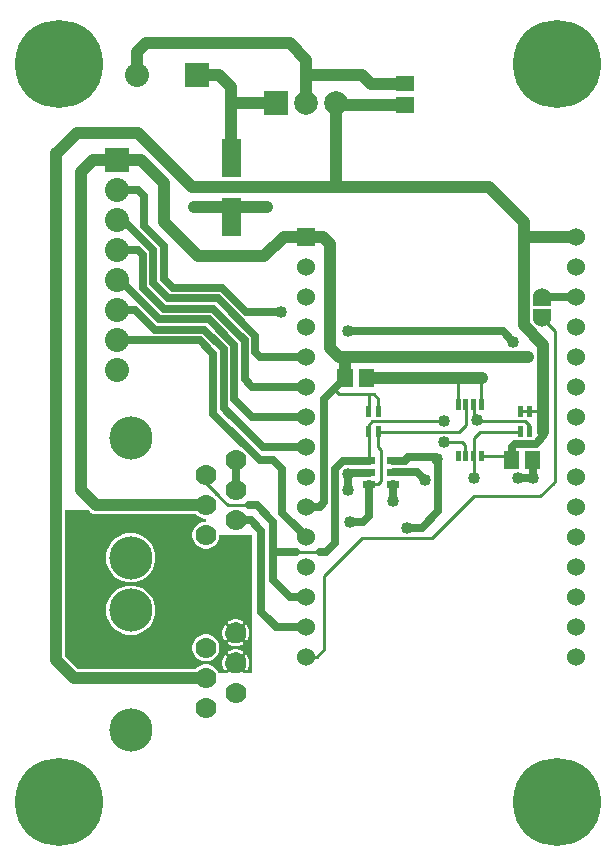
<source format=gbr>
G04 start of page 2 for group 0 idx 0 *
G04 Title: (unknown), component *
G04 Creator: pcb 20140316 *
G04 CreationDate: Mon 17 Apr 2017 07:18:47 PM GMT UTC *
G04 For: ndholmes *
G04 Format: Gerber/RS-274X *
G04 PCB-Dimensions (mil): 2000.00 2800.00 *
G04 PCB-Coordinate-Origin: lower left *
%MOIN*%
%FSLAX25Y25*%
%LNTOP*%
%ADD34C,0.0300*%
%ADD33C,0.1280*%
%ADD32C,0.0450*%
%ADD31C,0.0380*%
%ADD30C,0.0480*%
%ADD29C,0.1285*%
%ADD28C,0.0200*%
%ADD27R,0.0120X0.0120*%
%ADD26R,0.0165X0.0165*%
%ADD25R,0.0630X0.0630*%
%ADD24R,0.0240X0.0240*%
%ADD23R,0.0512X0.0512*%
%ADD22R,0.0167X0.0167*%
%ADD21R,0.0300X0.0300*%
%ADD20C,0.0787*%
%ADD19C,0.0700*%
%ADD18C,0.1440*%
%ADD17C,0.0600*%
%ADD16C,0.0800*%
%ADD15C,0.2937*%
%ADD14C,0.0400*%
%ADD13C,0.0100*%
%ADD12C,0.0250*%
%ADD11C,0.0001*%
G54D11*G36*
X40987Y113000D02*X62644D01*
X62808Y112808D01*
X63347Y112348D01*
X63951Y111978D01*
X64605Y111707D01*
X65294Y111542D01*
X66000Y111486D01*
Y110514D01*
X65294Y110458D01*
X64605Y110293D01*
X63951Y110022D01*
X63347Y109652D01*
X62808Y109192D01*
X62348Y108653D01*
X61978Y108049D01*
X61707Y107395D01*
X61542Y106706D01*
X61486Y106000D01*
X61542Y105294D01*
X61707Y104605D01*
X61978Y103951D01*
X62348Y103347D01*
X62808Y102808D01*
X63347Y102348D01*
X63951Y101978D01*
X64605Y101707D01*
X65294Y101542D01*
X66000Y101486D01*
Y73014D01*
X65294Y72958D01*
X64605Y72793D01*
X63951Y72522D01*
X63347Y72152D01*
X62808Y71692D01*
X62348Y71153D01*
X61978Y70549D01*
X61707Y69895D01*
X61542Y69206D01*
X61486Y68500D01*
X61542Y67794D01*
X61707Y67105D01*
X61978Y66451D01*
X62348Y65847D01*
X62808Y65308D01*
X63347Y64848D01*
X63951Y64478D01*
X64605Y64207D01*
X65294Y64042D01*
X66000Y63986D01*
Y63014D01*
X65294Y62958D01*
X64605Y62793D01*
X63951Y62522D01*
X63347Y62152D01*
X62808Y61692D01*
X62644Y61500D01*
X40987D01*
Y72776D01*
X41000Y72775D01*
X42287Y72876D01*
X43542Y73177D01*
X44734Y73671D01*
X45835Y74346D01*
X46816Y75184D01*
X47654Y76165D01*
X48329Y77266D01*
X48823Y78458D01*
X49124Y79713D01*
X49200Y81000D01*
X49124Y82287D01*
X48823Y83542D01*
X48329Y84734D01*
X47654Y85835D01*
X46816Y86816D01*
X45835Y87654D01*
X44734Y88329D01*
X43542Y88823D01*
X42287Y89124D01*
X41000Y89225D01*
X40987Y89224D01*
Y90276D01*
X41000Y90275D01*
X42287Y90376D01*
X43542Y90677D01*
X44734Y91171D01*
X45835Y91846D01*
X46816Y92684D01*
X47654Y93665D01*
X48329Y94766D01*
X48823Y95958D01*
X49124Y97213D01*
X49200Y98500D01*
X49124Y99787D01*
X48823Y101042D01*
X48329Y102234D01*
X47654Y103335D01*
X46816Y104316D01*
X45835Y105154D01*
X44734Y105829D01*
X43542Y106323D01*
X42287Y106624D01*
X41000Y106725D01*
X40987Y106724D01*
Y113000D01*
G37*
G36*
X19000Y114500D02*X26757D01*
X27296Y113962D01*
X27372Y113872D01*
X27731Y113565D01*
X27731Y113565D01*
X28134Y113319D01*
X28570Y113138D01*
X28940Y113049D01*
X29029Y113028D01*
X29029D01*
X29500Y112991D01*
X29618Y113000D01*
X40987D01*
Y106724D01*
X39713Y106624D01*
X38458Y106323D01*
X37266Y105829D01*
X36165Y105154D01*
X35184Y104316D01*
X34346Y103335D01*
X33671Y102234D01*
X33177Y101042D01*
X32876Y99787D01*
X32775Y98500D01*
X32876Y97213D01*
X33177Y95958D01*
X33671Y94766D01*
X34346Y93665D01*
X35184Y92684D01*
X36165Y91846D01*
X37266Y91171D01*
X38458Y90677D01*
X39713Y90376D01*
X40987Y90276D01*
Y89224D01*
X39713Y89124D01*
X38458Y88823D01*
X37266Y88329D01*
X36165Y87654D01*
X35184Y86816D01*
X34346Y85835D01*
X33671Y84734D01*
X33177Y83542D01*
X32876Y82287D01*
X32775Y81000D01*
X32876Y79713D01*
X33177Y78458D01*
X33671Y77266D01*
X34346Y76165D01*
X35184Y75184D01*
X36165Y74346D01*
X37266Y73671D01*
X38458Y73177D01*
X39713Y72876D01*
X40987Y72776D01*
Y61500D01*
X38500D01*
X38500Y61500D01*
X23243D01*
X19000Y65743D01*
Y114500D01*
G37*
G36*
X79720Y106000D02*X81500D01*
Y60000D01*
X79720D01*
Y61044D01*
X79771Y61083D01*
X79826Y61139D01*
X79870Y61204D01*
X80064Y61556D01*
X80221Y61926D01*
X80344Y62309D01*
X80433Y62700D01*
X80487Y63099D01*
X80504Y63500D01*
X80487Y63901D01*
X80433Y64300D01*
X80344Y64691D01*
X80221Y65074D01*
X80064Y65444D01*
X79874Y65798D01*
X79829Y65863D01*
X79774Y65920D01*
X79720Y65960D01*
Y71044D01*
X79771Y71083D01*
X79826Y71139D01*
X79870Y71204D01*
X80064Y71556D01*
X80221Y71926D01*
X80344Y72309D01*
X80433Y72700D01*
X80487Y73099D01*
X80504Y73500D01*
X80487Y73901D01*
X80433Y74300D01*
X80344Y74691D01*
X80221Y75074D01*
X80064Y75444D01*
X79874Y75798D01*
X79829Y75863D01*
X79774Y75920D01*
X79720Y75960D01*
Y106000D01*
G37*
G36*
X76002D02*X79720D01*
Y75960D01*
X79710Y75968D01*
X79640Y76004D01*
X79565Y76030D01*
X79487Y76044D01*
X79408Y76045D01*
X79329Y76033D01*
X79254Y76010D01*
X79183Y75975D01*
X79118Y75929D01*
X79061Y75874D01*
X79013Y75811D01*
X78976Y75741D01*
X78951Y75666D01*
X78937Y75588D01*
X78936Y75508D01*
X78948Y75430D01*
X78971Y75354D01*
X79007Y75284D01*
X79157Y75010D01*
X79279Y74723D01*
X79375Y74426D01*
X79444Y74121D01*
X79486Y73812D01*
X79500Y73500D01*
X79486Y73188D01*
X79444Y72879D01*
X79375Y72574D01*
X79279Y72277D01*
X79157Y71990D01*
X79010Y71714D01*
X78974Y71645D01*
X78951Y71569D01*
X78940Y71491D01*
X78941Y71413D01*
X78954Y71335D01*
X78980Y71261D01*
X79016Y71191D01*
X79064Y71128D01*
X79120Y71073D01*
X79184Y71028D01*
X79255Y70993D01*
X79330Y70970D01*
X79408Y70959D01*
X79487Y70960D01*
X79564Y70973D01*
X79639Y70999D01*
X79708Y71035D01*
X79720Y71044D01*
Y65960D01*
X79710Y65968D01*
X79640Y66004D01*
X79565Y66030D01*
X79487Y66044D01*
X79408Y66045D01*
X79329Y66033D01*
X79254Y66010D01*
X79183Y65975D01*
X79118Y65929D01*
X79061Y65874D01*
X79013Y65811D01*
X78976Y65741D01*
X78951Y65666D01*
X78937Y65588D01*
X78936Y65508D01*
X78948Y65430D01*
X78971Y65354D01*
X79007Y65284D01*
X79157Y65010D01*
X79279Y64723D01*
X79375Y64426D01*
X79444Y64121D01*
X79486Y63812D01*
X79500Y63500D01*
X79486Y63188D01*
X79444Y62879D01*
X79375Y62574D01*
X79279Y62277D01*
X79157Y61990D01*
X79010Y61714D01*
X78974Y61645D01*
X78951Y61569D01*
X78940Y61491D01*
X78941Y61413D01*
X78954Y61335D01*
X78980Y61261D01*
X79016Y61191D01*
X79064Y61128D01*
X79120Y61073D01*
X79184Y61028D01*
X79255Y60993D01*
X79330Y60970D01*
X79408Y60959D01*
X79487Y60960D01*
X79564Y60973D01*
X79639Y60999D01*
X79708Y61035D01*
X79720Y61044D01*
Y60000D01*
X78541D01*
X78544Y60013D01*
X78545Y60092D01*
X78533Y60171D01*
X78510Y60246D01*
X78475Y60317D01*
X78429Y60382D01*
X78374Y60439D01*
X78311Y60487D01*
X78241Y60524D01*
X78166Y60549D01*
X78088Y60563D01*
X78008Y60564D01*
X77930Y60552D01*
X77854Y60529D01*
X77784Y60493D01*
X77510Y60343D01*
X77223Y60221D01*
X76926Y60125D01*
X76621Y60056D01*
X76312Y60014D01*
X76002Y60000D01*
Y67000D01*
X76312Y66986D01*
X76621Y66944D01*
X76926Y66875D01*
X77223Y66779D01*
X77510Y66657D01*
X77786Y66510D01*
X77855Y66474D01*
X77931Y66451D01*
X78009Y66440D01*
X78087Y66441D01*
X78165Y66454D01*
X78239Y66480D01*
X78309Y66516D01*
X78372Y66564D01*
X78427Y66620D01*
X78472Y66684D01*
X78507Y66755D01*
X78530Y66830D01*
X78541Y66908D01*
X78540Y66987D01*
X78527Y67064D01*
X78501Y67139D01*
X78465Y67208D01*
X78417Y67271D01*
X78361Y67326D01*
X78296Y67370D01*
X77944Y67564D01*
X77574Y67721D01*
X77191Y67844D01*
X76800Y67933D01*
X76401Y67987D01*
X76002Y68004D01*
Y68996D01*
X76401Y69013D01*
X76800Y69067D01*
X77191Y69156D01*
X77574Y69279D01*
X77944Y69436D01*
X78298Y69626D01*
X78363Y69671D01*
X78420Y69726D01*
X78468Y69790D01*
X78504Y69860D01*
X78530Y69935D01*
X78544Y70013D01*
X78545Y70092D01*
X78533Y70171D01*
X78510Y70246D01*
X78475Y70317D01*
X78429Y70382D01*
X78374Y70439D01*
X78311Y70487D01*
X78241Y70524D01*
X78166Y70549D01*
X78088Y70563D01*
X78008Y70564D01*
X77930Y70552D01*
X77854Y70529D01*
X77784Y70493D01*
X77510Y70343D01*
X77223Y70221D01*
X76926Y70125D01*
X76621Y70056D01*
X76312Y70014D01*
X76002Y70000D01*
Y77000D01*
X76312Y76986D01*
X76621Y76944D01*
X76926Y76875D01*
X77223Y76779D01*
X77510Y76657D01*
X77786Y76510D01*
X77855Y76474D01*
X77931Y76451D01*
X78009Y76440D01*
X78087Y76441D01*
X78165Y76454D01*
X78239Y76480D01*
X78309Y76516D01*
X78372Y76564D01*
X78427Y76620D01*
X78472Y76684D01*
X78507Y76755D01*
X78530Y76830D01*
X78541Y76908D01*
X78540Y76987D01*
X78527Y77064D01*
X78501Y77139D01*
X78465Y77208D01*
X78417Y77271D01*
X78361Y77326D01*
X78296Y77370D01*
X77944Y77564D01*
X77574Y77721D01*
X77191Y77844D01*
X76800Y77933D01*
X76401Y77987D01*
X76002Y78004D01*
Y106000D01*
G37*
G36*
X72280D02*X76002D01*
Y78004D01*
X76000Y78004D01*
X75599Y77987D01*
X75200Y77933D01*
X74809Y77844D01*
X74426Y77721D01*
X74056Y77564D01*
X73702Y77374D01*
X73637Y77329D01*
X73580Y77274D01*
X73532Y77210D01*
X73496Y77140D01*
X73470Y77065D01*
X73456Y76987D01*
X73455Y76908D01*
X73467Y76829D01*
X73490Y76754D01*
X73525Y76683D01*
X73571Y76618D01*
X73626Y76561D01*
X73689Y76513D01*
X73759Y76476D01*
X73834Y76451D01*
X73912Y76437D01*
X73992Y76436D01*
X74070Y76448D01*
X74146Y76471D01*
X74216Y76507D01*
X74490Y76657D01*
X74777Y76779D01*
X75074Y76875D01*
X75379Y76944D01*
X75688Y76986D01*
X76000Y77000D01*
X76002Y77000D01*
Y70000D01*
X76000Y70000D01*
X75688Y70014D01*
X75379Y70056D01*
X75074Y70125D01*
X74777Y70221D01*
X74490Y70343D01*
X74214Y70490D01*
X74145Y70526D01*
X74069Y70549D01*
X73991Y70560D01*
X73913Y70559D01*
X73835Y70546D01*
X73761Y70520D01*
X73691Y70484D01*
X73628Y70436D01*
X73573Y70380D01*
X73528Y70316D01*
X73493Y70245D01*
X73470Y70170D01*
X73459Y70092D01*
X73460Y70013D01*
X73473Y69936D01*
X73499Y69861D01*
X73535Y69792D01*
X73583Y69729D01*
X73639Y69674D01*
X73704Y69630D01*
X74056Y69436D01*
X74426Y69279D01*
X74809Y69156D01*
X75200Y69067D01*
X75599Y69013D01*
X76000Y68996D01*
X76002Y68996D01*
Y68004D01*
X76000Y68004D01*
X75599Y67987D01*
X75200Y67933D01*
X74809Y67844D01*
X74426Y67721D01*
X74056Y67564D01*
X73702Y67374D01*
X73637Y67329D01*
X73580Y67274D01*
X73532Y67210D01*
X73496Y67140D01*
X73470Y67065D01*
X73456Y66987D01*
X73455Y66908D01*
X73467Y66829D01*
X73490Y66754D01*
X73525Y66683D01*
X73571Y66618D01*
X73626Y66561D01*
X73689Y66513D01*
X73759Y66476D01*
X73834Y66451D01*
X73912Y66437D01*
X73992Y66436D01*
X74070Y66448D01*
X74146Y66471D01*
X74216Y66507D01*
X74490Y66657D01*
X74777Y66779D01*
X75074Y66875D01*
X75379Y66944D01*
X75688Y66986D01*
X76000Y67000D01*
X76002Y67000D01*
Y60000D01*
X76000Y60000D01*
X75688Y60014D01*
X75379Y60056D01*
X75074Y60125D01*
X74777Y60221D01*
X74490Y60343D01*
X74214Y60490D01*
X74145Y60526D01*
X74069Y60549D01*
X73991Y60560D01*
X73913Y60559D01*
X73835Y60546D01*
X73761Y60520D01*
X73691Y60484D01*
X73628Y60436D01*
X73573Y60380D01*
X73528Y60316D01*
X73493Y60245D01*
X73470Y60170D01*
X73459Y60092D01*
X73460Y60013D01*
X73462Y60000D01*
X72280D01*
Y61040D01*
X72290Y61032D01*
X72360Y60996D01*
X72435Y60970D01*
X72513Y60956D01*
X72592Y60955D01*
X72671Y60967D01*
X72746Y60990D01*
X72817Y61025D01*
X72882Y61071D01*
X72939Y61126D01*
X72987Y61189D01*
X73024Y61259D01*
X73049Y61334D01*
X73063Y61412D01*
X73064Y61492D01*
X73052Y61570D01*
X73029Y61646D01*
X72993Y61716D01*
X72843Y61990D01*
X72721Y62277D01*
X72625Y62574D01*
X72556Y62879D01*
X72514Y63188D01*
X72500Y63500D01*
X72514Y63812D01*
X72556Y64121D01*
X72625Y64426D01*
X72721Y64723D01*
X72843Y65010D01*
X72990Y65286D01*
X73026Y65355D01*
X73049Y65431D01*
X73060Y65509D01*
X73059Y65587D01*
X73046Y65665D01*
X73020Y65739D01*
X72984Y65809D01*
X72936Y65872D01*
X72880Y65927D01*
X72816Y65972D01*
X72745Y66007D01*
X72670Y66030D01*
X72592Y66041D01*
X72513Y66040D01*
X72436Y66027D01*
X72361Y66001D01*
X72292Y65965D01*
X72280Y65956D01*
Y71040D01*
X72290Y71032D01*
X72360Y70996D01*
X72435Y70970D01*
X72513Y70956D01*
X72592Y70955D01*
X72671Y70967D01*
X72746Y70990D01*
X72817Y71025D01*
X72882Y71071D01*
X72939Y71126D01*
X72987Y71189D01*
X73024Y71259D01*
X73049Y71334D01*
X73063Y71412D01*
X73064Y71492D01*
X73052Y71570D01*
X73029Y71646D01*
X72993Y71716D01*
X72843Y71990D01*
X72721Y72277D01*
X72625Y72574D01*
X72556Y72879D01*
X72514Y73188D01*
X72500Y73500D01*
X72514Y73812D01*
X72556Y74121D01*
X72625Y74426D01*
X72721Y74723D01*
X72843Y75010D01*
X72990Y75286D01*
X73026Y75355D01*
X73049Y75431D01*
X73060Y75509D01*
X73059Y75587D01*
X73046Y75665D01*
X73020Y75739D01*
X72984Y75809D01*
X72936Y75872D01*
X72880Y75927D01*
X72816Y75972D01*
X72745Y76007D01*
X72670Y76030D01*
X72592Y76041D01*
X72513Y76040D01*
X72436Y76027D01*
X72361Y76001D01*
X72292Y75965D01*
X72280Y75956D01*
Y106000D01*
G37*
G36*
X65993Y101487D02*X66000Y101486D01*
X66706Y101542D01*
X67395Y101707D01*
X68049Y101978D01*
X68653Y102348D01*
X69192Y102808D01*
X69652Y103347D01*
X70022Y103951D01*
X70293Y104605D01*
X70458Y105294D01*
X70500Y106000D01*
X72280D01*
Y75956D01*
X72229Y75917D01*
X72174Y75861D01*
X72130Y75796D01*
X71936Y75444D01*
X71779Y75074D01*
X71656Y74691D01*
X71567Y74300D01*
X71513Y73901D01*
X71496Y73500D01*
X71513Y73099D01*
X71567Y72700D01*
X71656Y72309D01*
X71779Y71926D01*
X71936Y71556D01*
X72126Y71202D01*
X72171Y71137D01*
X72226Y71080D01*
X72280Y71040D01*
Y65956D01*
X72229Y65917D01*
X72174Y65861D01*
X72130Y65796D01*
X71936Y65444D01*
X71779Y65074D01*
X71656Y64691D01*
X71567Y64300D01*
X71513Y63901D01*
X71496Y63500D01*
X71513Y63099D01*
X71567Y62700D01*
X71656Y62309D01*
X71779Y61926D01*
X71936Y61556D01*
X72126Y61202D01*
X72171Y61137D01*
X72226Y61080D01*
X72280Y61040D01*
Y60000D01*
X70249D01*
X70022Y60549D01*
X69652Y61153D01*
X69192Y61692D01*
X68653Y62152D01*
X68049Y62522D01*
X67395Y62793D01*
X66706Y62958D01*
X66000Y63014D01*
X65993Y63013D01*
Y63987D01*
X66000Y63986D01*
X66706Y64042D01*
X67395Y64207D01*
X68049Y64478D01*
X68653Y64848D01*
X69192Y65308D01*
X69652Y65847D01*
X70022Y66451D01*
X70293Y67105D01*
X70458Y67794D01*
X70500Y68500D01*
X70458Y69206D01*
X70293Y69895D01*
X70022Y70549D01*
X69652Y71153D01*
X69192Y71692D01*
X68653Y72152D01*
X68049Y72522D01*
X67395Y72793D01*
X66706Y72958D01*
X66000Y73014D01*
X65993Y73013D01*
Y101487D01*
G37*
G36*
X52000Y106000D02*X61486D01*
X61542Y105294D01*
X61707Y104605D01*
X61978Y103951D01*
X62348Y103347D01*
X62808Y102808D01*
X63347Y102348D01*
X63951Y101978D01*
X64605Y101707D01*
X65294Y101542D01*
X65993Y101487D01*
Y73013D01*
X65294Y72958D01*
X64605Y72793D01*
X63951Y72522D01*
X63347Y72152D01*
X62808Y71692D01*
X62348Y71153D01*
X61978Y70549D01*
X61707Y69895D01*
X61542Y69206D01*
X61486Y68500D01*
X61542Y67794D01*
X61707Y67105D01*
X61978Y66451D01*
X62348Y65847D01*
X62808Y65308D01*
X63347Y64848D01*
X63951Y64478D01*
X64605Y64207D01*
X65294Y64042D01*
X65993Y63987D01*
Y63013D01*
X65294Y62958D01*
X64605Y62793D01*
X63951Y62522D01*
X63347Y62152D01*
X62808Y61692D01*
X62644Y61500D01*
X52000D01*
Y106000D01*
G37*
G54D12*X189500Y185500D02*X178800D01*
G54D13*X182000Y174500D02*X178000Y178500D01*
X182500Y174000D02*X179250Y177250D01*
G54D14*X189500Y205500D02*X179000D01*
X172000Y186500D02*Y199500D01*
Y189000D02*Y176000D01*
Y210500D02*Y196000D01*
X178000Y205500D02*X183500D01*
X160500Y222000D02*X172000Y210500D01*
X181500Y205500D02*X172000D01*
G54D13*X152720Y149546D02*Y142720D01*
X150500Y140500D01*
X155280Y132454D02*Y138280D01*
X157500Y140500D01*
X145500Y137000D02*X151500D01*
X152500Y136000D01*
Y132720D01*
X157839Y132500D02*X166414D01*
X155280Y145720D02*X156500Y144500D01*
X174075Y140652D02*Y142425D01*
X172500Y144000D01*
X157000D01*
X157500Y140500D02*X170773D01*
X174075Y147348D02*X170925D01*
X172848D02*X178348D01*
G54D14*X178500Y140500D02*Y162500D01*
G54D13*X182500Y124000D02*Y174000D01*
G54D14*X172000Y176000D02*X178500Y169500D01*
Y160500D01*
G54D12*X165000Y174000D02*X168500Y170500D01*
X178500Y141000D02*Y139000D01*
X176000Y136500D01*
X169000D01*
X168000Y135500D01*
X175000Y131000D02*Y125000D01*
X170000D01*
X168000Y135500D02*Y131086D01*
X167914Y131000D01*
G54D13*X155500Y119000D02*X177500D01*
X182000Y123500D01*
X181750Y123250D02*X182500Y124000D01*
G54D12*X99500Y85500D02*X94000D01*
X99700Y85300D02*X99500Y85500D01*
G54D14*X66000Y58500D02*X32500D01*
G54D12*X89500Y75500D02*X87000Y78000D01*
X99500Y75500D02*X89500D01*
X87500Y77500D01*
G54D13*X99500Y65500D02*X103000D01*
X105500Y68000D01*
X66000Y126000D02*Y123500D01*
X70500Y119000D01*
X73500Y116000D02*X69250Y120250D01*
X80500Y116000D02*X73500D01*
X72250Y117250D01*
G54D12*X88500Y110500D02*X83000Y116000D01*
X80500D01*
X76000Y111000D02*X81000D01*
X84500Y107500D01*
X99500Y105500D02*X95000Y110000D01*
X91500Y113500D02*X95750Y109250D01*
G54D13*X97500Y100500D02*X103000D01*
G54D12*X88500D02*X96000D01*
X94000Y85500D02*X88500Y91000D01*
Y110500D01*
X91500Y128000D02*Y113500D01*
X84500Y107500D02*Y80500D01*
X89500Y75500D01*
X88000Y77000D01*
G54D13*X93500Y100500D02*X106500D01*
X99848Y115848D02*X99500Y115500D01*
G54D12*X104000D01*
X105500Y117000D01*
Y151543D01*
X109000Y128000D02*Y103500D01*
X106000Y100500D01*
X104000D01*
G54D13*X105500Y68000D02*Y92500D01*
X122000Y153000D02*X123500Y151500D01*
X123575Y140652D02*Y135425D01*
X124500Y134500D01*
Y124000D01*
X123500Y123000D01*
X120425Y134425D02*Y142925D01*
X121500Y144000D01*
X120425Y135575D02*Y130875D01*
X122000Y153000D02*X110500D01*
G54D12*X120300Y130800D02*X111800D01*
X120300Y126900D02*X113900D01*
X113500Y126500D01*
G54D13*X120425Y130875D02*X120500Y130800D01*
G54D12*X111800D02*X109000Y128000D01*
X113500Y126500D02*Y121000D01*
X120300Y123000D02*Y121300D01*
G54D13*X123500Y123000D02*X120300D01*
G54D12*Y122200D02*Y112300D01*
X118500Y110500D01*
X114000D01*
G54D13*X105500Y92500D02*X118000Y105000D01*
X123500Y151500D02*Y147423D01*
X120425Y147348D02*Y152925D01*
X120500Y153000D01*
G54D14*X131500Y158500D02*X119543D01*
G54D13*X150500Y140500D02*X123727D01*
X121500Y144000D02*X145500D01*
X155280Y149500D02*Y145720D01*
G54D14*X127000Y158500D02*X158000D01*
G54D13*X157839Y149500D02*Y158339D01*
X158000Y158500D01*
X150161Y149546D02*Y158339D01*
X150000Y158500D01*
G54D12*X105500Y151543D02*X112457Y158500D01*
G54D13*X110500Y153000D02*X108728Y154772D01*
G54D12*X113500Y174000D02*X165000D01*
G54D14*X112500Y165500D02*X173500D01*
G54D12*X128500Y130800D02*X132300D01*
X128600Y127000D02*X136500D01*
X132300Y130800D02*X133500Y132000D01*
X142500D01*
X143500Y131000D02*Y117500D01*
X136500Y127000D02*X139000Y124500D01*
G54D13*X155280Y133000D02*Y125220D01*
G54D12*X128500Y117500D02*Y123000D01*
X133000Y108500D02*X138000D01*
G54D13*X118000Y105000D02*X141500D01*
G54D12*X138000Y108500D02*X143500Y114000D01*
G54D13*X141500Y105000D02*X155500Y119000D01*
G54D12*X143500Y114000D02*Y121000D01*
G54D14*X119500Y165500D02*X110500D01*
X107500Y168500D01*
Y178500D01*
X112500Y165500D02*Y158543D01*
X112457Y158500D01*
G54D12*X84500Y155500D02*X99500D01*
X77500Y149500D02*X81500Y145500D01*
X99500D01*
X85000Y135500D02*X73000Y147500D01*
X68500Y146500D02*X84000Y131000D01*
X72000Y148500D02*X74250Y146250D01*
X99500Y135500D02*X85000D01*
X84000Y131000D02*X88500D01*
X91500Y128000D01*
X76000Y131000D02*Y121000D01*
X75500Y151500D02*X79500Y147500D01*
X87500Y155500D02*X81500D01*
X79000Y158000D01*
X84000Y165500D02*X99500D01*
G54D14*X24500Y227000D02*Y121000D01*
X16000Y233500D02*Y64500D01*
X22000Y58500D01*
X16000Y233500D02*X16500D01*
X23000Y240000D01*
X24500Y121000D02*X29500Y116000D01*
X22000Y58500D02*X38500D01*
X29500Y116000D02*X66000D01*
G54D12*X65500Y174500D02*X72000Y168000D01*
X36500Y171000D02*X64000D01*
X68500Y166500D01*
Y146500D01*
X72000Y168000D02*Y148500D01*
X75500Y169500D02*Y151500D01*
X79000Y158000D02*Y171000D01*
X67000Y178000D02*X75500Y169500D01*
X68500Y181500D02*X78500Y171500D01*
X79000Y171000D02*X76500Y173500D01*
X70000Y185000D02*X82500Y172500D01*
Y167000D01*
X84000Y165500D01*
X71500Y188500D02*X79500Y180500D01*
X91000D01*
X48500Y190000D02*X53500Y185000D01*
X52000Y202500D02*Y191500D01*
X55000Y188500D01*
G54D14*X52000Y210500D02*X63500Y199000D01*
G54D12*X36500Y221000D02*X43500D01*
G54D14*X28500Y231000D02*X44500D01*
X52000Y223500D01*
X23000Y240000D02*X43500D01*
X61500Y222000D01*
G54D12*X43500Y221000D02*X45500Y219000D01*
Y209000D01*
X52000Y202500D01*
G54D14*Y223500D02*Y210500D01*
X62000Y215500D02*X86500D01*
X63000Y259500D02*X70500D01*
X74500Y255500D01*
Y231685D01*
X89500Y250000D02*X74500D01*
X99500D02*Y264500D01*
X94000Y270000D01*
X46000D01*
X43000Y267000D01*
Y259500D01*
X28500Y231000D02*X24500Y227000D01*
G54D12*X36500Y211000D02*X38500D01*
G54D14*X99500Y205500D02*X105000D01*
X107500Y203000D01*
Y175000D01*
X92000Y205500D02*X102000D01*
X132500Y249457D02*X110043D01*
X109250Y250250D01*
X109500Y250000D02*Y222000D01*
X132500Y256543D02*X120957D01*
X118000Y259500D01*
X99500D01*
G54D12*X36500Y181000D02*X42500D01*
X36500Y191000D02*X37500D01*
X42500Y181000D02*X49000Y174500D01*
X65500D01*
X50500Y178000D02*X67000D01*
X37500Y191000D02*X50500Y178000D01*
X45000Y188500D02*X52000Y181500D01*
X68500D01*
X36500Y201000D02*X43500D01*
X45000Y199500D01*
Y188500D01*
X38500Y211000D02*X48500Y201000D01*
Y190000D01*
X53500Y185000D02*X70000D01*
X69500D02*X70000D01*
X55000Y188500D02*X71500D01*
G54D14*X63500Y199000D02*X85500D01*
X92000Y205500D01*
X61500Y222000D02*X109000D01*
X112500D02*X104500D01*
X109500D02*X160500D01*
G54D15*X17000Y263000D03*
G54D11*G36*
X59000Y263500D02*Y255500D01*
X67000D01*
Y263500D01*
X59000D01*
G37*
G54D16*X43000Y259500D03*
G54D11*G36*
X32500Y235000D02*Y227000D01*
X40500D01*
Y235000D01*
X32500D01*
G37*
G54D16*X36500Y221000D03*
G54D17*X99500Y165500D03*
Y155500D03*
G54D16*X36500Y161000D03*
G54D11*G36*
X85563Y253937D02*Y246063D01*
X93437D01*
Y253937D01*
X85563D01*
G37*
G54D15*X17000Y17000D03*
G54D18*X41000Y138500D03*
Y98500D03*
Y81000D03*
Y41000D03*
G54D15*X183000Y17000D03*
G54D17*X189500Y145500D03*
Y135500D03*
Y125500D03*
Y115500D03*
Y105500D03*
Y95500D03*
Y85500D03*
Y75500D03*
Y65500D03*
G54D19*X76000Y131000D03*
X66000Y126000D03*
X76000Y121000D03*
X66000Y116000D03*
X76000Y111000D03*
X66000Y106000D03*
G54D17*X99500Y145500D03*
Y135500D03*
Y125500D03*
Y115500D03*
Y105500D03*
Y95500D03*
Y85500D03*
Y75500D03*
Y65500D03*
G54D19*X76000Y73500D03*
X66000Y68500D03*
X76000Y63500D03*
X66000Y58500D03*
X76000Y53500D03*
X66000Y48500D03*
G54D11*G36*
X96500Y208500D02*Y202500D01*
X102500D01*
Y208500D01*
X96500D01*
G37*
G54D17*X189500Y205500D03*
G54D16*X36500Y211000D03*
Y201000D03*
G54D17*X99500Y195500D03*
X189500D03*
G54D16*X36500Y191000D03*
G54D17*X99500Y185500D03*
X189500D03*
G54D16*X36500Y181000D03*
Y171000D03*
G54D17*X99500Y175500D03*
X189500D03*
Y165500D03*
Y155500D03*
G54D15*X183000Y263000D03*
G54D20*X109500Y250000D03*
X99500D03*
G54D17*X178000Y185300D03*
G54D21*X176500Y183800D02*X179500D01*
G54D17*X178000Y178500D03*
G54D21*X176500Y180000D02*X179500D01*
G54D22*X123575Y148283D02*Y146413D01*
X120425Y148283D02*Y146413D01*
Y141587D02*Y139717D01*
X123575Y141587D02*Y139717D01*
G54D23*X112457Y158893D02*Y158107D01*
X119543Y158893D02*Y158107D01*
G54D24*X119500Y126900D02*X121100D01*
X119500Y123000D02*X121100D01*
X127700D02*X129300D01*
X127700Y126900D02*X129300D01*
X127700Y130800D02*X129300D01*
X119500D02*X121100D01*
G54D23*X132107Y249457D02*X132893D01*
X132107Y256543D02*X132893D01*
G54D25*X74500Y234835D02*Y228536D01*
Y215150D02*Y208851D01*
G54D22*X174075Y148283D02*Y146413D01*
X170925Y148283D02*Y146413D01*
Y141587D02*Y139717D01*
X174075Y141587D02*Y139717D01*
G54D23*X167914Y131393D02*Y130607D01*
X175000Y131393D02*Y130607D01*
G54D26*X157839Y150469D02*Y148622D01*
G54D27*Y150000D02*Y149000D01*
G54D26*X155280Y150469D02*Y148622D01*
G54D27*Y150000D02*Y149000D01*
G54D26*X152720Y150469D02*Y148622D01*
X150161Y150469D02*Y148622D01*
G54D27*X152720Y150000D02*Y149000D01*
X150161Y150000D02*Y149000D01*
G54D26*Y133378D02*Y131531D01*
X152720Y133378D02*Y131531D01*
G54D27*X150161Y133000D02*Y132000D01*
X152720Y133000D02*Y132000D01*
G54D26*X155280Y133378D02*Y131531D01*
X157839Y133378D02*Y131531D01*
G54D27*X155280Y133000D02*Y132000D01*
X157839Y133000D02*Y132000D01*
G54D14*X29500Y65000D03*
X34500D03*
X39500D03*
X44500D03*
X54500Y96500D03*
X59500D03*
X54500Y83500D03*
X59500D03*
X22500Y110000D03*
X27500D03*
X32500D03*
X37500D03*
X145500Y144000D03*
Y137000D03*
X139000Y124500D03*
X155500Y125000D03*
X143000Y131500D03*
X156500Y144500D03*
X168000Y165500D03*
X168500Y170500D03*
X173500Y165500D03*
X175000Y125000D03*
X170000D03*
X113500Y126500D03*
Y121000D03*
X128500Y117500D03*
X114000Y110500D03*
X133000Y108500D03*
X131500Y158500D03*
X158000D03*
X150161Y158339D03*
X126000Y158500D03*
X113500Y174000D03*
X91000Y180500D03*
X67500Y215500D03*
X62000D03*
X86500D03*
X81000D03*
G54D28*G54D29*G54D30*G54D31*G54D30*G54D32*G54D29*G54D33*G54D29*G54D31*G54D34*G54D31*G54D34*G54D31*G54D30*G54D31*G54D30*G54D31*G54D30*G54D31*G54D29*G54D32*M02*

</source>
